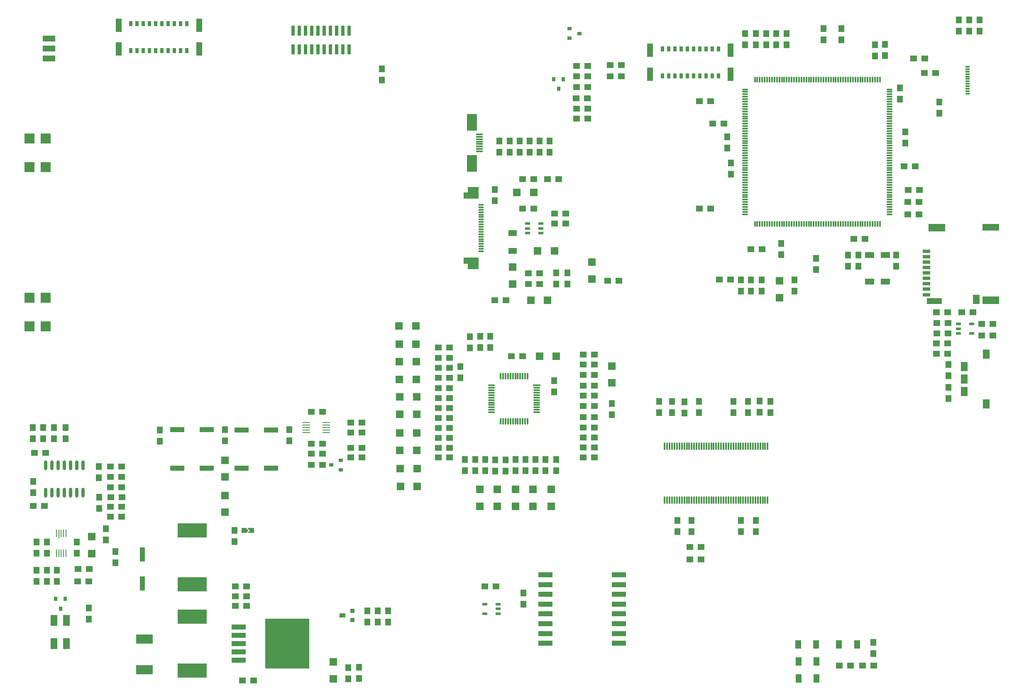
<source format=gbp>
G04*
G04 #@! TF.GenerationSoftware,Altium Limited,Altium Designer,20.1.8 (145)*
G04*
G04 Layer_Color=128*
%FSAX24Y24*%
%MOIN*%
G70*
G04*
G04 #@! TF.SameCoordinates,7D9F505B-2EBF-4E8E-82AC-92A1240CC430*
G04*
G04*
G04 #@! TF.FilePolarity,Positive*
G04*
G01*
G75*
%ADD21R,0.0320X0.0400*%
%ADD23R,0.0600X0.0600*%
%ADD26R,0.0600X0.0600*%
%ADD58R,0.0450X0.0550*%
%ADD59R,0.0550X0.0450*%
%ADD60R,0.0984X0.0472*%
%ADD61R,0.0551X0.0768*%
%ADD62R,0.1378X0.0591*%
%ADD63R,0.1378X0.0551*%
%ADD64R,0.1378X0.0630*%
%ADD65R,0.1220X0.0472*%
%ADD66R,0.0630X0.0315*%
%ADD67R,0.0335X0.0118*%
%ADD68R,0.1181X0.0394*%
%ADD69R,0.1181X0.0394*%
%ADD70R,0.3543X0.4016*%
%ADD71R,0.1181X0.0420*%
%ADD72R,0.1181X0.0394*%
%ADD73R,0.0472X0.1083*%
%ADD74R,0.0315X0.0433*%
%ADD75R,0.0291X0.0787*%
%ADD76R,0.0394X0.1181*%
%ADD77O,0.0118X0.0472*%
%ADD78R,0.0118X0.0472*%
%ADD79O,0.0472X0.0118*%
%ADD80O,0.0118X0.0630*%
%ADD81O,0.0650X0.0098*%
%ADD82R,0.0360X0.0360*%
%ADD83R,0.0500X0.0360*%
%ADD84R,0.1335X0.0772*%
%ADD85R,0.2362X0.1181*%
%ADD86R,0.0787X0.0787*%
%ADD87R,0.0500X0.0700*%
%ADD88R,0.0315X0.0354*%
%ADD89R,0.0551X0.0866*%
%ADD90R,0.0354X0.0315*%
%ADD91O,0.0118X0.0591*%
%ADD92O,0.0591X0.0118*%
%ADD93R,0.0591X0.0118*%
%ADD94R,0.0748X0.0512*%
%ADD95O,0.0240X0.0800*%
%ADD96O,0.0098X0.0650*%
%ADD97O,0.0098X0.0728*%
%ADD98R,0.0413X0.0236*%
%ADD99R,0.0787X0.1378*%
%ADD100R,0.0555X0.0118*%
%ADD101R,0.0394X0.0118*%
%ADD102R,0.0394X0.0394*%
%ADD103R,0.0700X0.0500*%
G36*
X046644Y051024D02*
X046644Y051024D01*
X045443D01*
Y051535D01*
X045777D01*
Y051968D01*
X045777Y051968D01*
X046644D01*
Y051024D01*
D02*
G37*
G36*
X045443Y046299D02*
X046644D01*
Y045354D01*
X045777D01*
Y045787D01*
X045777Y045787D01*
X045443D01*
Y046299D01*
X045443Y046299D01*
D02*
G37*
G36*
X028383Y024369D02*
Y024169D01*
X028083D01*
X028283Y024369D01*
X028083Y024569D01*
X028383D01*
Y024369D01*
D02*
G37*
G36*
X028183D02*
X027983Y024169D01*
X027883D01*
Y024569D01*
X027983D01*
X028183Y024369D01*
D02*
G37*
D21*
X028458D02*
D03*
X027783D02*
D03*
D23*
X026270Y028657D02*
D03*
Y030007D02*
D03*
X049388Y045513D02*
D03*
Y044163D02*
D03*
X026270Y025818D02*
D03*
Y027168D02*
D03*
X034973Y012430D02*
D03*
Y013780D02*
D03*
X070818Y044426D02*
D03*
Y043076D02*
D03*
X051027Y027659D02*
D03*
Y026309D02*
D03*
X046765D02*
D03*
Y027659D02*
D03*
X048151D02*
D03*
Y026309D02*
D03*
X049603Y027659D02*
D03*
Y026309D02*
D03*
X052477Y027659D02*
D03*
Y026309D02*
D03*
X057364Y036224D02*
D03*
Y037574D02*
D03*
X055737Y044562D02*
D03*
Y045912D02*
D03*
X015571Y022503D02*
D03*
Y023853D02*
D03*
D26*
X041704Y029331D02*
D03*
X040354D02*
D03*
X041673Y035085D02*
D03*
X040323D02*
D03*
X041734Y027904D02*
D03*
X040384D02*
D03*
X041643Y036486D02*
D03*
X040293D02*
D03*
X040323Y033684D02*
D03*
X041673D02*
D03*
X041685Y030781D02*
D03*
X040335D02*
D03*
X041685Y032185D02*
D03*
X040335D02*
D03*
X051545Y038355D02*
D03*
X052895D02*
D03*
X041635Y039341D02*
D03*
X040285D02*
D03*
X040256Y040778D02*
D03*
X041606D02*
D03*
X040293Y037925D02*
D03*
X041643D02*
D03*
X050845Y042869D02*
D03*
X052195D02*
D03*
X049727Y051541D02*
D03*
X051077D02*
D03*
X052739Y046821D02*
D03*
X051389D02*
D03*
D58*
X083662Y058781D02*
D03*
X083662Y057881D02*
D03*
X086892Y065386D02*
D03*
X086892Y064486D02*
D03*
X085207Y065386D02*
D03*
X085207Y064486D02*
D03*
X086052Y064493D02*
D03*
X086052Y065393D02*
D03*
X016732Y024498D02*
D03*
X016732Y023598D02*
D03*
X068531Y043578D02*
D03*
X068531Y044478D02*
D03*
X067729Y043578D02*
D03*
X067729Y044478D02*
D03*
X068051Y064282D02*
D03*
X068051Y063382D02*
D03*
X050246Y018431D02*
D03*
X050246Y019331D02*
D03*
X026270Y031565D02*
D03*
X026270Y032465D02*
D03*
X021043Y032435D02*
D03*
X021043Y031535D02*
D03*
X031459Y032454D02*
D03*
X031459Y031554D02*
D03*
X039395Y017899D02*
D03*
X039395Y016999D02*
D03*
X038568Y016991D02*
D03*
X038568Y017891D02*
D03*
X037734Y016991D02*
D03*
X037734Y017891D02*
D03*
X036181Y012441D02*
D03*
X036181Y013341D02*
D03*
X027062Y023461D02*
D03*
X027062Y024361D02*
D03*
X016152Y029508D02*
D03*
X016152Y028608D02*
D03*
X016171Y027032D02*
D03*
X016171Y026132D02*
D03*
X037060Y013348D02*
D03*
X037060Y012448D02*
D03*
X045196Y036617D02*
D03*
X045196Y037517D02*
D03*
X045543Y029153D02*
D03*
X045543Y030053D02*
D03*
X047576Y039069D02*
D03*
X047576Y039969D02*
D03*
X048816Y030044D02*
D03*
X048816Y029144D02*
D03*
X049603Y030053D02*
D03*
X049603Y029153D02*
D03*
X046397Y030052D02*
D03*
X046397Y029152D02*
D03*
X047183Y029153D02*
D03*
X047183Y030053D02*
D03*
X047980Y030044D02*
D03*
X047980Y029144D02*
D03*
X050417Y030053D02*
D03*
X050417Y029153D02*
D03*
X051215D02*
D03*
X051215Y030053D02*
D03*
X052009Y030070D02*
D03*
X052009Y029170D02*
D03*
X052895Y030071D02*
D03*
X052895Y029171D02*
D03*
X046774Y039955D02*
D03*
X046774Y039055D02*
D03*
X052719Y036401D02*
D03*
X052719Y035501D02*
D03*
X057364Y034557D02*
D03*
X057364Y033657D02*
D03*
X045946Y039041D02*
D03*
X045946Y039941D02*
D03*
X075771Y063783D02*
D03*
X075771Y064683D02*
D03*
X069370Y043578D02*
D03*
X069370Y044478D02*
D03*
X072025Y043586D02*
D03*
X072025Y044486D02*
D03*
X073737Y045341D02*
D03*
X073737Y046241D02*
D03*
X080920Y055478D02*
D03*
X080920Y056378D02*
D03*
X080481Y059022D02*
D03*
X080481Y059922D02*
D03*
X074344Y063783D02*
D03*
X074344Y064683D02*
D03*
X070554Y063390D02*
D03*
X070554Y064290D02*
D03*
X067719Y024252D02*
D03*
X067719Y025152D02*
D03*
X063760D02*
D03*
X063760Y024252D02*
D03*
X070095Y034734D02*
D03*
X070095Y033833D02*
D03*
X068292Y034739D02*
D03*
X068292Y033839D02*
D03*
X064355Y034716D02*
D03*
X064355Y033816D02*
D03*
X061163Y033839D02*
D03*
X061163Y034739D02*
D03*
X069215Y033848D02*
D03*
X069215Y034748D02*
D03*
X077141Y045611D02*
D03*
X077141Y046511D02*
D03*
X076328Y045599D02*
D03*
X076328Y046499D02*
D03*
X070948Y046516D02*
D03*
X070948Y047416D02*
D03*
X066914Y053895D02*
D03*
X066914Y052995D02*
D03*
X068906Y025152D02*
D03*
X068906Y024252D02*
D03*
X062606D02*
D03*
X062606Y025152D02*
D03*
X067111Y033839D02*
D03*
X067111Y034739D02*
D03*
X062190Y034725D02*
D03*
X062190Y033825D02*
D03*
X063185Y033808D02*
D03*
X063185Y034708D02*
D03*
X080195Y045599D02*
D03*
X080195Y046499D02*
D03*
X078479Y063410D02*
D03*
X078479Y062510D02*
D03*
X079276Y063417D02*
D03*
X079276Y062517D02*
D03*
X071373Y063399D02*
D03*
X071373Y064299D02*
D03*
X068905Y063382D02*
D03*
X068905Y064282D02*
D03*
X069738D02*
D03*
X069738Y063382D02*
D03*
X066626Y055996D02*
D03*
X066626Y055096D02*
D03*
X015337Y018114D02*
D03*
X015337Y017214D02*
D03*
X014401Y022530D02*
D03*
X014401Y023430D02*
D03*
X010875Y027406D02*
D03*
X010875Y028306D02*
D03*
X011973Y021166D02*
D03*
X011973Y020266D02*
D03*
X011975Y023432D02*
D03*
X011975Y022532D02*
D03*
X011139Y022522D02*
D03*
X011139Y023422D02*
D03*
X010838Y031727D02*
D03*
X010838Y032627D02*
D03*
X011691D02*
D03*
X011691Y031727D02*
D03*
X012545D02*
D03*
X012545Y032627D02*
D03*
X013478D02*
D03*
X013478Y031727D02*
D03*
X011136Y020246D02*
D03*
X011136Y021146D02*
D03*
X012778Y020257D02*
D03*
X012778Y021157D02*
D03*
X017480Y022662D02*
D03*
X017480Y021762D02*
D03*
X049144Y055654D02*
D03*
X049144Y054754D02*
D03*
X048327Y054774D02*
D03*
X048327Y055674D02*
D03*
X050738D02*
D03*
X050738Y054774D02*
D03*
X049950Y055654D02*
D03*
X049949Y054754D02*
D03*
X051536Y055661D02*
D03*
X051536Y054761D02*
D03*
X052337Y055654D02*
D03*
X052337Y054754D02*
D03*
X038898Y061470D02*
D03*
X038898Y060570D02*
D03*
X053794Y045057D02*
D03*
X053794Y044157D02*
D03*
X052895Y045057D02*
D03*
X052895Y044157D02*
D03*
X078346Y015359D02*
D03*
X078346Y014459D02*
D03*
X084390Y035855D02*
D03*
X084390Y034955D02*
D03*
X084385Y037689D02*
D03*
X084385Y036789D02*
D03*
X047963Y050872D02*
D03*
X047963Y051772D02*
D03*
D59*
X065971Y044522D02*
D03*
X066871Y044522D02*
D03*
X082022Y050770D02*
D03*
X081122Y050770D02*
D03*
X028024Y018283D02*
D03*
X027124Y018283D02*
D03*
Y019068D02*
D03*
X028024Y019068D02*
D03*
X081584Y062282D02*
D03*
X082484Y062282D02*
D03*
X082452Y061132D02*
D03*
X083352Y061132D02*
D03*
X065455Y057053D02*
D03*
X066355Y057053D02*
D03*
X037298Y030212D02*
D03*
X036398Y030212D02*
D03*
X037298Y031009D02*
D03*
X036398Y031009D02*
D03*
X034104Y029622D02*
D03*
X033204Y029622D02*
D03*
X034104Y030512D02*
D03*
X033204Y030512D02*
D03*
X034104Y031332D02*
D03*
X033204Y031332D02*
D03*
X034104Y033885D02*
D03*
X033204Y033885D02*
D03*
X037298Y033012D02*
D03*
X036398Y033012D02*
D03*
X037298Y032224D02*
D03*
X036398Y032224D02*
D03*
X063630Y022031D02*
D03*
X064530Y022031D02*
D03*
X027124Y019857D02*
D03*
X028024Y019857D02*
D03*
X018000Y027844D02*
D03*
X017100Y027844D02*
D03*
X017993Y028659D02*
D03*
X017093Y028659D02*
D03*
X018000Y029508D02*
D03*
X017100Y029508D02*
D03*
X018006Y027037D02*
D03*
X017106Y027037D02*
D03*
X017992Y026250D02*
D03*
X017092Y026250D02*
D03*
X017093Y025459D02*
D03*
X017993Y025459D02*
D03*
X076516Y013489D02*
D03*
X075616Y013489D02*
D03*
X077486Y013484D02*
D03*
X078386Y013484D02*
D03*
X084340Y041024D02*
D03*
X083440Y041024D02*
D03*
X083427Y041880D02*
D03*
X084327Y041880D02*
D03*
X063622Y023022D02*
D03*
X064522Y023022D02*
D03*
X028577Y012293D02*
D03*
X027677Y012293D02*
D03*
X055060Y036011D02*
D03*
X055960Y036011D02*
D03*
X044302Y037420D02*
D03*
X043402Y037420D02*
D03*
X044302Y038217D02*
D03*
X043402Y038217D02*
D03*
X043416Y039055D02*
D03*
X044316Y039055D02*
D03*
X043419Y031805D02*
D03*
X044319Y031805D02*
D03*
X043419Y030212D02*
D03*
X044319Y030212D02*
D03*
X044311Y035798D02*
D03*
X043411Y035798D02*
D03*
X043411Y033390D02*
D03*
X044311Y033390D02*
D03*
X044302Y032590D02*
D03*
X043402Y032590D02*
D03*
X043403Y031000D02*
D03*
X044303Y031000D02*
D03*
X055053Y033469D02*
D03*
X055953Y033469D02*
D03*
X055053Y034350D02*
D03*
X055953Y034350D02*
D03*
X043410Y036613D02*
D03*
X044310Y036613D02*
D03*
X055956Y035204D02*
D03*
X055056Y035204D02*
D03*
X055053Y036855D02*
D03*
X055953Y036855D02*
D03*
X055941Y038499D02*
D03*
X055041Y038499D02*
D03*
X049285Y038357D02*
D03*
X050185Y038357D02*
D03*
X043419Y034992D02*
D03*
X044319Y034992D02*
D03*
X055948Y032616D02*
D03*
X055048Y032616D02*
D03*
X055941Y031823D02*
D03*
X055041Y031823D02*
D03*
Y031039D02*
D03*
X055941Y031039D02*
D03*
X055949Y037700D02*
D03*
X055049Y037700D02*
D03*
X055944Y030214D02*
D03*
X055044Y030214D02*
D03*
X044319Y034203D02*
D03*
X043419Y034203D02*
D03*
X069420Y046973D02*
D03*
X068520Y046973D02*
D03*
X064387Y050230D02*
D03*
X065287Y050230D02*
D03*
X081157Y051740D02*
D03*
X082057Y051740D02*
D03*
X065287Y058853D02*
D03*
X064387Y058853D02*
D03*
X076788Y047796D02*
D03*
X077688Y047796D02*
D03*
X058110Y061752D02*
D03*
X057210Y061752D02*
D03*
Y060846D02*
D03*
X058110Y060846D02*
D03*
X082030Y049767D02*
D03*
X081130Y049767D02*
D03*
X080807Y053612D02*
D03*
X081707Y053612D02*
D03*
X055426Y057447D02*
D03*
X054526Y057447D02*
D03*
X055418Y058262D02*
D03*
X054518Y058262D02*
D03*
X055418Y061703D02*
D03*
X054518Y061703D02*
D03*
Y060846D02*
D03*
X055418Y060846D02*
D03*
X054487Y059090D02*
D03*
X055387Y059090D02*
D03*
X054508Y059990D02*
D03*
X055408Y059990D02*
D03*
X057913Y044419D02*
D03*
X057013Y044419D02*
D03*
X015337Y020277D02*
D03*
X014437Y020277D02*
D03*
X015378Y021265D02*
D03*
X014478Y021265D02*
D03*
X010970Y030598D02*
D03*
X011870Y030598D02*
D03*
X010877Y026336D02*
D03*
X011777Y026336D02*
D03*
X087065Y040950D02*
D03*
X087965Y040950D02*
D03*
X047161Y019852D02*
D03*
X048061Y019852D02*
D03*
X050636Y044163D02*
D03*
X051536Y044163D02*
D03*
X053071Y052598D02*
D03*
X052171Y052598D02*
D03*
X053639Y049013D02*
D03*
X052739Y049013D02*
D03*
X050177Y052598D02*
D03*
X051077Y052598D02*
D03*
X052739Y049823D02*
D03*
X053639Y049823D02*
D03*
X087065Y040017D02*
D03*
X087965Y040017D02*
D03*
X050636Y045028D02*
D03*
X051536Y045028D02*
D03*
X051077Y050244D02*
D03*
X050177Y050244D02*
D03*
X083427Y038563D02*
D03*
X084327Y038563D02*
D03*
X085463Y041880D02*
D03*
X086363Y041880D02*
D03*
X083440Y040204D02*
D03*
X084340Y040204D02*
D03*
X084327Y039389D02*
D03*
X083427Y039389D02*
D03*
X047963Y042869D02*
D03*
X048863Y042869D02*
D03*
D60*
X012146Y063910D02*
D03*
Y062310D02*
D03*
Y063110D02*
D03*
D61*
X085661Y037535D02*
D03*
Y036535D02*
D03*
Y035535D02*
D03*
X087411Y038535D02*
D03*
Y034535D02*
D03*
X086634Y042943D02*
D03*
D62*
X087795Y042854D02*
D03*
D63*
Y048740D02*
D03*
D64*
X083465Y048701D02*
D03*
D65*
X083268Y042795D02*
D03*
D66*
X082618Y043297D02*
D03*
Y043750D02*
D03*
Y044183D02*
D03*
Y044616D02*
D03*
Y045049D02*
D03*
Y045482D02*
D03*
Y045915D02*
D03*
Y046348D02*
D03*
Y046782D02*
D03*
D67*
X085912Y061238D02*
D03*
Y061435D02*
D03*
Y061041D02*
D03*
Y060844D02*
D03*
Y060648D02*
D03*
Y060451D02*
D03*
Y060254D02*
D03*
Y060057D02*
D03*
Y059467D02*
D03*
Y059860D02*
D03*
Y059663D02*
D03*
Y061632D02*
D03*
D68*
X052003Y020797D02*
D03*
Y020010D02*
D03*
D69*
Y019222D02*
D03*
Y018435D02*
D03*
Y017648D02*
D03*
Y016860D02*
D03*
Y016073D02*
D03*
Y015285D02*
D03*
X057923D02*
D03*
Y016073D02*
D03*
Y016860D02*
D03*
Y017648D02*
D03*
Y018435D02*
D03*
Y019222D02*
D03*
Y020010D02*
D03*
Y020797D02*
D03*
D70*
X031289Y015262D02*
D03*
D71*
X027401Y015938D02*
D03*
Y013928D02*
D03*
Y016608D02*
D03*
Y014598D02*
D03*
Y015262D02*
D03*
D72*
X027608Y032441D02*
D03*
X029970D02*
D03*
X022461Y032454D02*
D03*
X024823D02*
D03*
X022461Y029360D02*
D03*
X024823D02*
D03*
X027610Y029360D02*
D03*
X029972D02*
D03*
D73*
X024218Y064970D02*
D03*
X017742D02*
D03*
X024218Y063061D02*
D03*
X017742D02*
D03*
X066899Y062945D02*
D03*
X060422D02*
D03*
X066899Y061036D02*
D03*
X060422D02*
D03*
D74*
X023230Y065098D02*
D03*
X022730D02*
D03*
X022230D02*
D03*
X021730D02*
D03*
X021230D02*
D03*
X020730D02*
D03*
X020230D02*
D03*
X019730D02*
D03*
X019230D02*
D03*
X018730D02*
D03*
X023230Y062933D02*
D03*
X022730D02*
D03*
X022230D02*
D03*
X021730D02*
D03*
X021230D02*
D03*
X020730D02*
D03*
X020230D02*
D03*
X019730D02*
D03*
X019230D02*
D03*
X018730D02*
D03*
X065910Y063073D02*
D03*
X065410D02*
D03*
X064910D02*
D03*
X064410D02*
D03*
X063910D02*
D03*
X063410D02*
D03*
X062910D02*
D03*
X062410D02*
D03*
X061910D02*
D03*
X061410D02*
D03*
X065910Y060908D02*
D03*
X065410D02*
D03*
X064910D02*
D03*
X064410D02*
D03*
X063910D02*
D03*
X063410D02*
D03*
X062910D02*
D03*
X062410D02*
D03*
X061910D02*
D03*
X061410D02*
D03*
D75*
X031738Y063020D02*
D03*
X032238D02*
D03*
X032738D02*
D03*
X033238D02*
D03*
X033738D02*
D03*
X034238D02*
D03*
X034738D02*
D03*
X035238D02*
D03*
X035738D02*
D03*
X036238D02*
D03*
X031738Y064520D02*
D03*
X032238D02*
D03*
X032738D02*
D03*
X033238D02*
D03*
X033738D02*
D03*
X034238D02*
D03*
X034738D02*
D03*
X035238D02*
D03*
X035738D02*
D03*
X036238D02*
D03*
D76*
X019664Y020081D02*
D03*
Y022444D02*
D03*
D77*
X069823Y048982D02*
D03*
X069429D02*
D03*
X069626D02*
D03*
X069035D02*
D03*
X068838D02*
D03*
X069232D02*
D03*
X071594D02*
D03*
X071200D02*
D03*
X071397D02*
D03*
X070807D02*
D03*
X070610D02*
D03*
X071004D02*
D03*
X070216D02*
D03*
X070019D02*
D03*
X070413D02*
D03*
X073366D02*
D03*
X072972D02*
D03*
X073169D02*
D03*
X072578D02*
D03*
X072382D02*
D03*
X072775D02*
D03*
X071988D02*
D03*
X071791D02*
D03*
X072185D02*
D03*
X075137D02*
D03*
X074744D02*
D03*
X074941D02*
D03*
X074350D02*
D03*
X074153D02*
D03*
X074547D02*
D03*
X073563D02*
D03*
X073956D02*
D03*
X076909D02*
D03*
X076515D02*
D03*
X076712D02*
D03*
X076122D02*
D03*
X075925D02*
D03*
X076319D02*
D03*
X075531D02*
D03*
X075334D02*
D03*
X075728D02*
D03*
X077500D02*
D03*
X077106D02*
D03*
X077303D02*
D03*
X078090D02*
D03*
X077697D02*
D03*
X077893D02*
D03*
X078484D02*
D03*
X078287D02*
D03*
X078681D02*
D03*
X073760D02*
D03*
X068838Y060596D02*
D03*
X077893D02*
D03*
X078287D02*
D03*
X078090D02*
D03*
X078681D02*
D03*
X078878D02*
D03*
X078484D02*
D03*
X076122D02*
D03*
X076515D02*
D03*
X076319D02*
D03*
X076909D02*
D03*
X077106D02*
D03*
X076712D02*
D03*
X077500D02*
D03*
X077697D02*
D03*
X077303D02*
D03*
X074350D02*
D03*
X074744D02*
D03*
X074547D02*
D03*
X075137D02*
D03*
X075334D02*
D03*
X074941D02*
D03*
X075728D02*
D03*
X075925D02*
D03*
X075531D02*
D03*
X072578D02*
D03*
X072972D02*
D03*
X072775D02*
D03*
X073366D02*
D03*
X073563D02*
D03*
X073169D02*
D03*
X074153D02*
D03*
X073759D02*
D03*
X070807D02*
D03*
X071200D02*
D03*
X071004D02*
D03*
X071594D02*
D03*
X071791D02*
D03*
X071397D02*
D03*
X072185D02*
D03*
X072382D02*
D03*
X071988D02*
D03*
X070216D02*
D03*
X070610D02*
D03*
X070413D02*
D03*
X069626D02*
D03*
X070019D02*
D03*
X069823D02*
D03*
X069232D02*
D03*
X069429D02*
D03*
X069035D02*
D03*
X073956D02*
D03*
D78*
X078878Y048982D02*
D03*
D79*
X068051Y054888D02*
D03*
Y049966D02*
D03*
Y050360D02*
D03*
Y050163D02*
D03*
Y050754D02*
D03*
Y050951D02*
D03*
Y050557D02*
D03*
Y051344D02*
D03*
Y051541D02*
D03*
Y051147D02*
D03*
Y052919D02*
D03*
Y053313D02*
D03*
Y053116D02*
D03*
Y052329D02*
D03*
Y052722D02*
D03*
Y052525D02*
D03*
Y051935D02*
D03*
Y052132D02*
D03*
Y051738D02*
D03*
Y054691D02*
D03*
Y055084D02*
D03*
Y054100D02*
D03*
Y054494D02*
D03*
Y054297D02*
D03*
Y053706D02*
D03*
Y053903D02*
D03*
Y053510D02*
D03*
Y056462D02*
D03*
Y056856D02*
D03*
Y056659D02*
D03*
Y055872D02*
D03*
Y056266D02*
D03*
Y056069D02*
D03*
Y055478D02*
D03*
Y055675D02*
D03*
Y055281D02*
D03*
Y058234D02*
D03*
Y058628D02*
D03*
Y058431D02*
D03*
Y057643D02*
D03*
Y058037D02*
D03*
Y057840D02*
D03*
Y057250D02*
D03*
Y057447D02*
D03*
Y057053D02*
D03*
Y059415D02*
D03*
Y059809D02*
D03*
Y059612D02*
D03*
Y059021D02*
D03*
Y059218D02*
D03*
Y058825D02*
D03*
Y049769D02*
D03*
X079665D02*
D03*
Y058825D02*
D03*
Y059218D02*
D03*
Y059021D02*
D03*
Y059612D02*
D03*
Y059809D02*
D03*
Y059415D02*
D03*
Y057053D02*
D03*
Y057447D02*
D03*
Y057250D02*
D03*
Y057840D02*
D03*
Y058037D02*
D03*
Y057643D02*
D03*
Y058431D02*
D03*
Y058628D02*
D03*
Y058234D02*
D03*
Y055281D02*
D03*
Y055675D02*
D03*
Y055478D02*
D03*
Y056069D02*
D03*
Y056266D02*
D03*
Y055872D02*
D03*
Y056659D02*
D03*
Y056856D02*
D03*
Y056462D02*
D03*
Y053510D02*
D03*
Y053903D02*
D03*
Y053706D02*
D03*
Y054297D02*
D03*
Y054494D02*
D03*
Y054100D02*
D03*
Y055084D02*
D03*
Y054691D02*
D03*
Y051738D02*
D03*
Y052132D02*
D03*
Y051935D02*
D03*
Y052525D02*
D03*
Y052722D02*
D03*
Y052329D02*
D03*
Y053116D02*
D03*
Y053313D02*
D03*
Y052919D02*
D03*
Y051147D02*
D03*
Y051541D02*
D03*
Y051344D02*
D03*
Y050557D02*
D03*
Y050951D02*
D03*
Y050754D02*
D03*
Y050163D02*
D03*
Y050360D02*
D03*
Y049966D02*
D03*
Y054888D02*
D03*
D80*
X069865Y026795D02*
D03*
X069668D02*
D03*
X069471D02*
D03*
X069274D02*
D03*
X069077D02*
D03*
X068880D02*
D03*
X068684D02*
D03*
X068487D02*
D03*
X068290D02*
D03*
X068093D02*
D03*
X067896D02*
D03*
X067699D02*
D03*
X067502D02*
D03*
X067306D02*
D03*
X067109D02*
D03*
X066912D02*
D03*
X066715D02*
D03*
X066518D02*
D03*
X066321D02*
D03*
X066124D02*
D03*
X065928D02*
D03*
X065731D02*
D03*
X065534D02*
D03*
X065337D02*
D03*
X065140D02*
D03*
X064943D02*
D03*
X064747D02*
D03*
X064550D02*
D03*
X064353D02*
D03*
X064156D02*
D03*
X063959D02*
D03*
X063762D02*
D03*
X063565D02*
D03*
X063369D02*
D03*
X063172D02*
D03*
X062975D02*
D03*
X062778D02*
D03*
X062581D02*
D03*
X062384D02*
D03*
X062187D02*
D03*
X061991D02*
D03*
X061794D02*
D03*
X061597D02*
D03*
X069865Y031126D02*
D03*
X069668D02*
D03*
X069471D02*
D03*
X069274D02*
D03*
X069077D02*
D03*
X068880D02*
D03*
X068684D02*
D03*
X068487D02*
D03*
X068290D02*
D03*
X068093D02*
D03*
X067896D02*
D03*
X067699D02*
D03*
X067502D02*
D03*
X067306D02*
D03*
X067109D02*
D03*
X066912D02*
D03*
X066715D02*
D03*
X066518D02*
D03*
X066321D02*
D03*
X066124D02*
D03*
X065928D02*
D03*
X065731D02*
D03*
X065534D02*
D03*
X065337D02*
D03*
X065140D02*
D03*
X064943D02*
D03*
X064747D02*
D03*
X064550D02*
D03*
X064353D02*
D03*
X064156D02*
D03*
X063959D02*
D03*
X063762D02*
D03*
X063565D02*
D03*
X063369D02*
D03*
X063172D02*
D03*
X062975D02*
D03*
X062778D02*
D03*
X062581D02*
D03*
X062384D02*
D03*
X062187D02*
D03*
X061991D02*
D03*
X061794D02*
D03*
X061597D02*
D03*
D81*
X032825Y032224D02*
D03*
Y032421D02*
D03*
Y032618D02*
D03*
Y032815D02*
D03*
Y033012D02*
D03*
X034419Y032224D02*
D03*
Y032421D02*
D03*
Y032618D02*
D03*
Y032815D02*
D03*
Y033012D02*
D03*
D82*
X036506Y017896D02*
D03*
Y017146D02*
D03*
D83*
X035706Y017516D02*
D03*
D84*
X019808Y015612D02*
D03*
X019811Y013156D02*
D03*
D85*
X023659Y017427D02*
D03*
X023661Y013097D02*
D03*
X023661Y020039D02*
D03*
X023659Y024369D02*
D03*
D86*
X011872Y053547D02*
D03*
X010572D02*
D03*
X011872Y055847D02*
D03*
X010572D02*
D03*
X010570Y043052D02*
D03*
X011870D02*
D03*
X010570Y040752D02*
D03*
X011870D02*
D03*
D87*
X072339Y012451D02*
D03*
X073789D02*
D03*
X072339Y013829D02*
D03*
X073789D02*
D03*
X077047Y015207D02*
D03*
X075597D02*
D03*
X072303Y015197D02*
D03*
X073753D02*
D03*
D88*
X013078Y018068D02*
D03*
X013464Y018856D02*
D03*
X012692D02*
D03*
X052685Y060643D02*
D03*
X053457D02*
D03*
X053071Y059856D02*
D03*
D89*
X012566Y017143D02*
D03*
Y015254D02*
D03*
X013551D02*
D03*
Y017143D02*
D03*
D90*
X034803Y029622D02*
D03*
X035591Y029236D02*
D03*
Y030007D02*
D03*
X053967Y063925D02*
D03*
Y064697D02*
D03*
X054754Y064311D02*
D03*
D91*
X049209Y033127D02*
D03*
X049013Y036749D02*
D03*
X049603Y033127D02*
D03*
X049997Y036749D02*
D03*
X048816Y036749D02*
D03*
X049013Y033127D02*
D03*
X049406Y036749D02*
D03*
X049997Y033127D02*
D03*
X049209Y036749D02*
D03*
X050194Y033127D02*
D03*
X049406Y033127D02*
D03*
X049800D02*
D03*
X050587Y036749D02*
D03*
X049603Y036749D02*
D03*
X048422Y033127D02*
D03*
X048619Y036749D02*
D03*
X048816Y033127D02*
D03*
X050391Y033127D02*
D03*
X050587D02*
D03*
X048422Y036749D02*
D03*
X048619Y033127D02*
D03*
X049800Y036749D02*
D03*
X050391Y036749D02*
D03*
X050194Y036749D02*
D03*
D92*
X047694Y034840D02*
D03*
X051316Y034446D02*
D03*
X051316Y035233D02*
D03*
Y035627D02*
D03*
Y035430D02*
D03*
X047694Y035430D02*
D03*
Y035233D02*
D03*
Y035037D02*
D03*
Y034643D02*
D03*
Y034446D02*
D03*
Y034249D02*
D03*
X051316Y034643D02*
D03*
Y034840D02*
D03*
X051316Y035037D02*
D03*
X047694Y035824D02*
D03*
Y035627D02*
D03*
X047694Y034052D02*
D03*
Y033856D02*
D03*
X051316Y033856D02*
D03*
X047694Y036021D02*
D03*
X051316Y034052D02*
D03*
X051316Y035824D02*
D03*
X051316Y034249D02*
D03*
D93*
X051316Y036021D02*
D03*
D94*
X078051Y044345D02*
D03*
Y046511D02*
D03*
X079311Y044345D02*
D03*
Y046511D02*
D03*
D95*
X012387Y029605D02*
D03*
X011887D02*
D03*
Y027405D02*
D03*
X012887Y029605D02*
D03*
X013387D02*
D03*
X013887D02*
D03*
X014887Y027405D02*
D03*
X012887D02*
D03*
X013387D02*
D03*
X013887D02*
D03*
X014387Y029605D02*
D03*
X012387Y027405D02*
D03*
X014387D02*
D03*
X014887Y029605D02*
D03*
D96*
X012740Y024116D02*
D03*
X013134D02*
D03*
X013331D02*
D03*
X013528D02*
D03*
X012740Y022522D02*
D03*
X012937D02*
D03*
X013134D02*
D03*
X013331D02*
D03*
X013528D02*
D03*
D97*
X012937Y024077D02*
D03*
D98*
X085187Y040950D02*
D03*
Y040576D02*
D03*
Y040202D02*
D03*
X086250Y040950D02*
D03*
Y040202D02*
D03*
X048218Y017677D02*
D03*
Y018051D02*
D03*
Y018425D02*
D03*
X047156Y017677D02*
D03*
Y018425D02*
D03*
X051656Y048639D02*
D03*
Y048265D02*
D03*
Y049013D02*
D03*
X050593Y048265D02*
D03*
Y048639D02*
D03*
Y049013D02*
D03*
D99*
X046122Y053858D02*
D03*
X046128Y057165D02*
D03*
D100*
X046704Y054823D02*
D03*
Y055807D02*
D03*
Y055020D02*
D03*
Y055217D02*
D03*
Y055413D02*
D03*
Y055610D02*
D03*
Y056004D02*
D03*
Y056201D02*
D03*
D101*
X046841Y048957D02*
D03*
Y048366D02*
D03*
Y048760D02*
D03*
Y048169D02*
D03*
Y049350D02*
D03*
Y047972D02*
D03*
Y049547D02*
D03*
Y047776D02*
D03*
Y049744D02*
D03*
Y047579D02*
D03*
Y047382D02*
D03*
Y049154D02*
D03*
Y050138D02*
D03*
Y047185D02*
D03*
Y050335D02*
D03*
Y046988D02*
D03*
Y048563D02*
D03*
Y049941D02*
D03*
Y050531D02*
D03*
Y046791D02*
D03*
D102*
X046153Y051470D02*
D03*
Y045853D02*
D03*
D103*
X049388Y046815D02*
D03*
Y048265D02*
D03*
M02*

</source>
